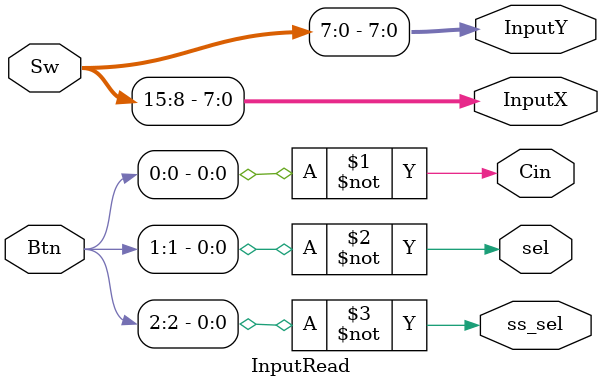
<source format=v>
`timescale 1ns / 1ps


module InputRead(Sw, Btn, InputX, InputY, Cin, sel, ss_sel);
    input [15:0] Sw;
    input [2:0] Btn;
    output [7:0] InputX;
    output [7:0] InputY;
    output Cin;
    output sel;
    output ss_sel;
    
    
    assign InputX[7:0] = Sw[15:8];
           
    assign InputY[7:0] = Sw[7:0];
           
    not(Cin, Btn[0]);
    not(sel, Btn[1]);
    not(ss_sel, Btn[2]);
    
endmodule

</source>
